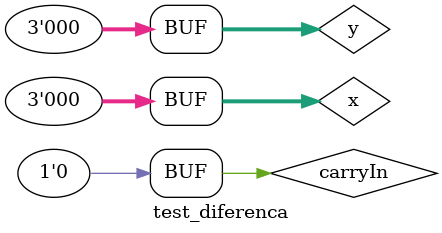
<source format=v>

module diferenca (output diff, output carryOut, input a,input b, input carryIn);

	wire s1, s2, s3, c1, c2;

	xor (s1, a, b);
	not (s2, a);
	and (c1, s2, b);
	xor (diff, s1, carryIn);
	not (s3, s1);
	and (c2, s3, carryIn);
	or (carryOut, c1, c2);

endmodule

// -------------------------
// full Diff 3bits
// -------------------------
module diferenca2 (output [2:0] diff, output carryOut,input [2:0] a,input [2:0] b,input carryIn);
	wire  p, q;
	
	  diferenca  A (diff[0], p, a[0], b[0], carryIn);
	  diferenca  B (diff[1], q, a[1], b[1], p);
	  diferenca  C (diff[2], carryOut, a[2], b[2], q);
endmodule

module test_diferenca;
	// ------------------------- definir dados
	reg [2:0] x;
	reg [2:0] y;
	reg carryIn;
	wire carryOut;
	wire [2:0] d;
	
	diferenca2 D(d, carryOut, x, y, carryIn);
	// ------------------------- parte principal
	initial begin
		$display("Exemplo0022 - Thais Mairink - 441710");
		$display("Subtrator");
		
		#1 x = 3'b000; y = 3'b000; carryIn = 0;
		
		$monitor ("%b - %b = %b",x,y,d);
		#1 x = 3'b000; y = 3'b001;
		#1 x = 3'b001; y = 3'b000;
		#1 x = 3'b001; y = 3'b001;
		#1 x = 3'b001; y = 3'b011;
		#1 x = 3'b000; y = 3'b000;
		#1 x = 3'b011; y = 3'b110;
		#1 x = 3'b000; y = 3'b000;
		#1 x = 3'b000; y = 3'b000;
	end
endmodule


</source>
